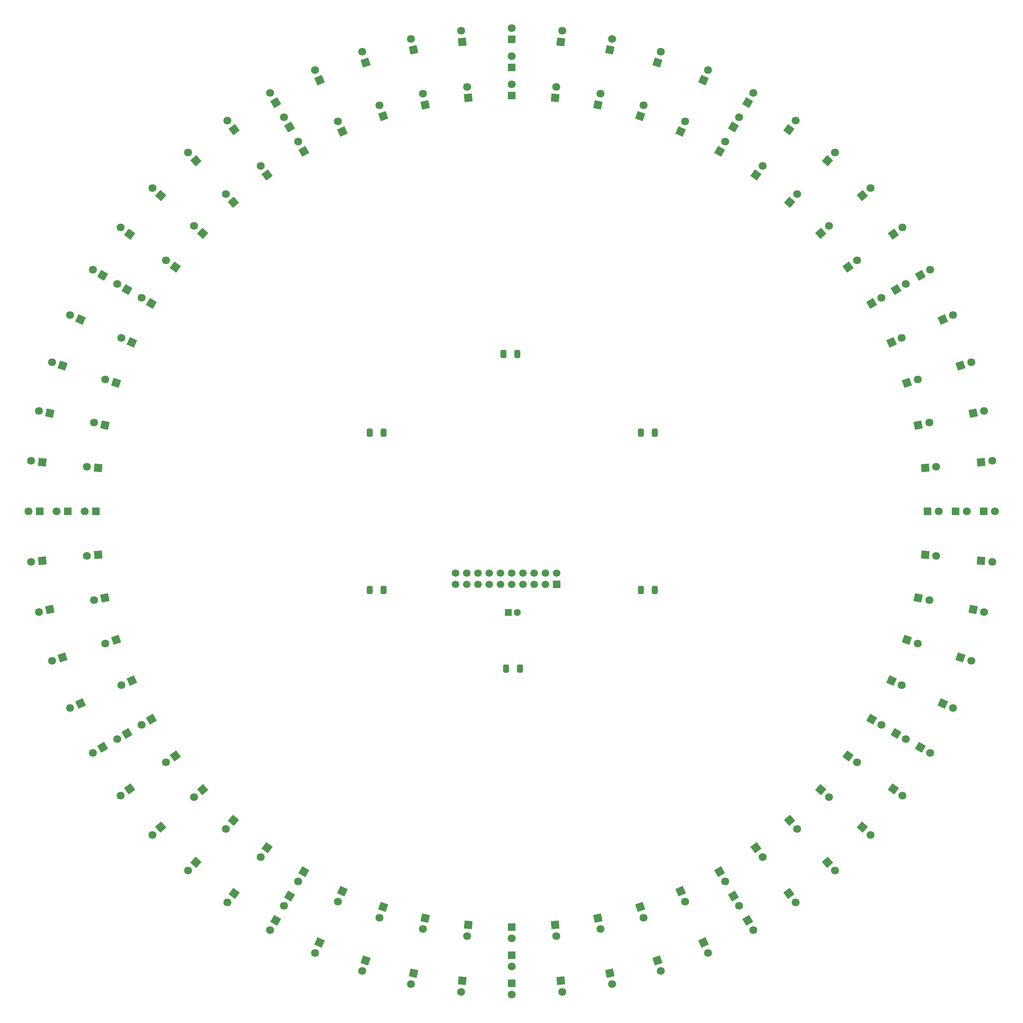
<source format=gbr>
%TF.GenerationSoftware,KiCad,Pcbnew,9.0.7-9.0.7~ubuntu24.04.1*%
%TF.CreationDate,2026-01-21T08:03:14-05:00*%
%TF.ProjectId,LED_clock,4c45445f-636c-46f6-936b-2e6b69636164,rev?*%
%TF.SameCoordinates,Original*%
%TF.FileFunction,Soldermask,Bot*%
%TF.FilePolarity,Negative*%
%FSLAX46Y46*%
G04 Gerber Fmt 4.6, Leading zero omitted, Abs format (unit mm)*
G04 Created by KiCad (PCBNEW 9.0.7-9.0.7~ubuntu24.04.1) date 2026-01-21 08:03:14*
%MOMM*%
%LPD*%
G01*
G04 APERTURE LIST*
G04 Aperture macros list*
%AMRoundRect*
0 Rectangle with rounded corners*
0 $1 Rounding radius*
0 $2 $3 $4 $5 $6 $7 $8 $9 X,Y pos of 4 corners*
0 Add a 4 corners polygon primitive as box body*
4,1,4,$2,$3,$4,$5,$6,$7,$8,$9,$2,$3,0*
0 Add four circle primitives for the rounded corners*
1,1,$1+$1,$2,$3*
1,1,$1+$1,$4,$5*
1,1,$1+$1,$6,$7*
1,1,$1+$1,$8,$9*
0 Add four rect primitives between the rounded corners*
20,1,$1+$1,$2,$3,$4,$5,0*
20,1,$1+$1,$4,$5,$6,$7,0*
20,1,$1+$1,$6,$7,$8,$9,0*
20,1,$1+$1,$8,$9,$2,$3,0*%
%AMRotRect*
0 Rectangle, with rotation*
0 The origin of the aperture is its center*
0 $1 length*
0 $2 width*
0 $3 Rotation angle, in degrees counterclockwise*
0 Add horizontal line*
21,1,$1,$2,0,0,$3*%
G04 Aperture macros list end*
%ADD10RoundRect,0.250000X0.412500X0.650000X-0.412500X0.650000X-0.412500X-0.650000X0.412500X-0.650000X0*%
%ADD11RotRect,1.800000X1.800000X258.000000*%
%ADD12C,1.800000*%
%ADD13RotRect,1.800000X1.800000X150.000000*%
%ADD14RotRect,1.800000X1.800000X294.000000*%
%ADD15R,1.700000X1.700000*%
%ADD16C,1.700000*%
%ADD17RotRect,1.800000X1.800000X324.000000*%
%ADD18RotRect,1.800000X1.800000X54.000000*%
%ADD19RotRect,1.800000X1.800000X42.000000*%
%ADD20RotRect,1.800000X1.800000X78.000000*%
%ADD21RotRect,1.800000X1.800000X144.000000*%
%ADD22RotRect,1.800000X1.800000X204.000000*%
%ADD23RotRect,1.800000X1.800000X30.000000*%
%ADD24RotRect,1.800000X1.800000X84.000000*%
%ADD25RotRect,1.800000X1.800000X72.000000*%
%ADD26RotRect,1.800000X1.800000X318.000000*%
%ADD27RotRect,1.800000X1.800000X60.000000*%
%ADD28RotRect,1.800000X1.800000X234.000000*%
%ADD29RotRect,1.800000X1.800000X108.000000*%
%ADD30RotRect,1.800000X1.800000X312.000000*%
%ADD31RotRect,1.800000X1.800000X240.000000*%
%ADD32R,1.800000X1.800000*%
%ADD33RotRect,1.800000X1.800000X228.000000*%
%ADD34RotRect,1.800000X1.800000X252.000000*%
%ADD35RotRect,1.800000X1.800000X24.000000*%
%ADD36RotRect,1.800000X1.800000X222.000000*%
%ADD37RotRect,1.800000X1.800000X132.000000*%
%ADD38RotRect,1.800000X1.800000X210.000000*%
%ADD39RotRect,1.800000X1.800000X102.000000*%
%ADD40RotRect,1.800000X1.800000X138.000000*%
%ADD41RotRect,1.800000X1.800000X192.000000*%
%ADD42RotRect,1.800000X1.800000X276.000000*%
%ADD43RotRect,1.800000X1.800000X48.000000*%
%ADD44RotRect,1.800000X1.800000X348.000000*%
%ADD45RotRect,1.800000X1.800000X66.000000*%
%ADD46RotRect,1.800000X1.800000X288.000000*%
%ADD47RotRect,1.800000X1.800000X156.000000*%
%ADD48RotRect,1.800000X1.800000X96.000000*%
%ADD49RotRect,1.800000X1.800000X246.000000*%
%ADD50RotRect,1.800000X1.800000X300.000000*%
%ADD51RotRect,1.800000X1.800000X336.000000*%
%ADD52RotRect,1.800000X1.800000X330.000000*%
%ADD53RotRect,1.800000X1.800000X198.000000*%
%ADD54RotRect,1.800000X1.800000X342.000000*%
%ADD55RotRect,1.800000X1.800000X264.000000*%
%ADD56RotRect,1.800000X1.800000X120.000000*%
%ADD57RotRect,1.800000X1.800000X174.000000*%
%ADD58RotRect,1.800000X1.800000X36.000000*%
%ADD59RotRect,1.800000X1.800000X126.000000*%
%ADD60RotRect,1.800000X1.800000X6.000000*%
%ADD61RotRect,1.800000X1.800000X168.000000*%
%ADD62RotRect,1.800000X1.800000X12.000000*%
%ADD63RotRect,1.800000X1.800000X282.000000*%
%ADD64RotRect,1.800000X1.800000X354.000000*%
%ADD65RotRect,1.800000X1.800000X216.000000*%
%ADD66RotRect,1.800000X1.800000X186.000000*%
%ADD67RotRect,1.800000X1.800000X114.000000*%
%ADD68RotRect,1.800000X1.800000X162.000000*%
%ADD69RotRect,1.800000X1.800000X18.000000*%
%ADD70RotRect,1.800000X1.800000X306.000000*%
%ADD71RoundRect,0.250000X-0.550000X-0.550000X0.550000X-0.550000X0.550000X0.550000X-0.550000X0.550000X0*%
%ADD72C,1.600000*%
G04 APERTURE END LIST*
D10*
%TO.C,C9*%
X221957500Y-195580000D03*
X225082500Y-195580000D03*
%TD*%
%TO.C,C8*%
X286335000Y-160020000D03*
X283210000Y-160020000D03*
%TD*%
%TO.C,C7*%
X225082500Y-160020000D03*
X221957500Y-160020000D03*
%TD*%
%TO.C,C5*%
X255270000Y-142240000D03*
X252145000Y-142240000D03*
%TD*%
%TO.C,C4*%
X255855000Y-213360000D03*
X252730000Y-213360000D03*
%TD*%
%TO.C,C3*%
X286335000Y-195580000D03*
X283210000Y-195580000D03*
%TD*%
D11*
%TO.C,D41*%
X234460459Y-269726312D03*
D12*
X233932363Y-272210807D03*
%TD*%
D13*
%TO.C,D23*%
X172610933Y-130810000D03*
D12*
X170411228Y-129540000D03*
%TD*%
D14*
%TO.C,D47*%
X292225110Y-263655002D03*
D12*
X293258221Y-265975407D03*
%TD*%
D15*
%TO.C,J1*%
X264160000Y-194310000D03*
D16*
X264160000Y-191770000D03*
X261620000Y-194310000D03*
X261620000Y-191770000D03*
X259080000Y-194310000D03*
X259080000Y-191770000D03*
X256540000Y-194310000D03*
X256540000Y-191770000D03*
X254000000Y-194310000D03*
X254000000Y-191770000D03*
X251460000Y-194310000D03*
X251460000Y-191770000D03*
X248920000Y-194310000D03*
X248920000Y-191770000D03*
X246380000Y-194310000D03*
X246380000Y-191770000D03*
X243840000Y-194310000D03*
X243840000Y-191770000D03*
X241300000Y-194310000D03*
X241300000Y-191770000D03*
%TD*%
D17*
%TO.C,D52*%
X330031417Y-233040058D03*
D12*
X332086320Y-234533033D03*
%TD*%
D18*
%TO.C,D67*%
X309240058Y-101768583D03*
D12*
X310733033Y-99713680D03*
%TD*%
D19*
%TO.C,D365*%
X333278690Y-106417147D03*
D12*
X335166278Y-104717555D03*
%TD*%
D20*
%TO.C,D71*%
X273539541Y-85873688D03*
D12*
X274067637Y-83389193D03*
%TD*%
D21*
%TO.C,D322*%
X167694067Y-115095069D03*
D12*
X165639164Y-113602094D03*
%TD*%
D22*
%TO.C,D332*%
X156542971Y-221190665D03*
D12*
X154222566Y-222223776D03*
%TD*%
D23*
%TO.C,D63*%
X335389067Y-130810000D03*
D12*
X337588772Y-129540000D03*
%TD*%
D24*
%TO.C,D72*%
X263823585Y-84334832D03*
D12*
X264089087Y-81808746D03*
%TD*%
D25*
%TO.C,D70*%
X283041417Y-88419709D03*
D12*
X283826320Y-86004025D03*
%TD*%
D26*
%TO.C,D51*%
X323840751Y-240684894D03*
D12*
X325728339Y-242384486D03*
%TD*%
D27*
%TO.C,D68*%
X300990000Y-96410933D03*
D12*
X302260000Y-94211228D03*
%TD*%
D28*
%TO.C,D337*%
X191295069Y-264105933D03*
D12*
X189802094Y-266160836D03*
%TD*%
D29*
%TO.C,D16*%
X224958583Y-88419709D03*
D12*
X224173680Y-86004025D03*
%TD*%
D30*
%TO.C,D350*%
X325382853Y-257078690D03*
D12*
X327082445Y-258966278D03*
%TD*%
D31*
%TO.C,D38*%
X207010000Y-259189067D03*
D12*
X205740000Y-261388772D03*
%TD*%
D32*
%TO.C,D7*%
X254000000Y-278125000D03*
D12*
X254000000Y-280665000D03*
%TD*%
D32*
%TO.C,D358*%
X360680000Y-177800000D03*
D12*
X363220000Y-177800000D03*
%TD*%
D33*
%TO.C,D36*%
X191115106Y-247640751D03*
D12*
X189415514Y-249528339D03*
%TD*%
D34*
%TO.C,D40*%
X224958583Y-267180291D03*
D12*
X224173680Y-269595975D03*
%TD*%
D27*
%TO.C,D368*%
X307340000Y-85412410D03*
D12*
X308610000Y-83212705D03*
%TD*%
D35*
%TO.C,D62*%
X339855002Y-139574890D03*
D12*
X342175407Y-138541779D03*
%TD*%
D25*
%TO.C,D370*%
X286965933Y-76341291D03*
D12*
X287750836Y-73925607D03*
%TD*%
D36*
%TO.C,D335*%
X174721310Y-249182853D03*
D12*
X172833722Y-250882445D03*
%TD*%
D37*
%TO.C,D20*%
X191115106Y-107959249D03*
D12*
X189415514Y-106071661D03*
%TD*%
D38*
%TO.C,D5*%
X167116001Y-227962500D03*
D12*
X164916296Y-229232500D03*
%TD*%
D13*
%TO.C,D323*%
X161612410Y-124460000D03*
D12*
X159412705Y-123190000D03*
%TD*%
D39*
%TO.C,D15*%
X234460459Y-85873688D03*
D12*
X233932363Y-83389193D03*
%TD*%
D35*
%TO.C,D362*%
X351457029Y-134409335D03*
D12*
X353777434Y-133376224D03*
%TD*%
D40*
%TO.C,D21*%
X184159249Y-114915106D03*
D12*
X182271661Y-113215514D03*
%TD*%
D41*
%TO.C,D30*%
X162073688Y-197339541D03*
D12*
X159589193Y-197867637D03*
%TD*%
D42*
%TO.C,D44*%
X263823585Y-271265168D03*
D12*
X264089087Y-273791254D03*
%TD*%
D43*
%TO.C,D366*%
X325382853Y-98521310D03*
D12*
X327082445Y-96633722D03*
%TD*%
D44*
%TO.C,D56*%
X345926312Y-197339541D03*
D12*
X348410807Y-197867637D03*
%TD*%
D45*
%TO.C,D69*%
X292225110Y-91944998D03*
D12*
X293258221Y-89624593D03*
%TD*%
D46*
%TO.C,D46*%
X283041417Y-267180291D03*
D12*
X283826320Y-269595975D03*
%TD*%
D47*
%TO.C,D324*%
X156542971Y-134409335D03*
D12*
X154222566Y-133376224D03*
%TD*%
D48*
%TO.C,D314*%
X242848904Y-71704404D03*
D12*
X242583402Y-69178318D03*
%TD*%
D33*
%TO.C,D336*%
X182617147Y-257078690D03*
D12*
X180917555Y-258966278D03*
%TD*%
D49*
%TO.C,D39*%
X215774890Y-263655002D03*
D12*
X214741779Y-265975407D03*
%TD*%
D50*
%TO.C,D48*%
X300990000Y-259189067D03*
D12*
X302260000Y-261388772D03*
%TD*%
D51*
%TO.C,D54*%
X339855002Y-216025110D03*
D12*
X342175407Y-217058221D03*
%TD*%
D34*
%TO.C,D340*%
X221034067Y-279258709D03*
D12*
X220249164Y-281674393D03*
%TD*%
D52*
%TO.C,D9*%
X340883999Y-227962500D03*
D12*
X343083704Y-229232500D03*
%TD*%
D32*
%TO.C,D58*%
X347980000Y-177800000D03*
D12*
X350520000Y-177800000D03*
%TD*%
D29*
%TO.C,D316*%
X221034067Y-76341291D03*
D12*
X220249164Y-73925607D03*
%TD*%
D32*
%TO.C,D328*%
X147320000Y-177800000D03*
D12*
X144780000Y-177800000D03*
%TD*%
D49*
%TO.C,D339*%
X210609335Y-275257029D03*
D12*
X209576224Y-277577434D03*
%TD*%
D53*
%TO.C,D31*%
X164619709Y-206841417D03*
D12*
X162204025Y-207626320D03*
%TD*%
D31*
%TO.C,D338*%
X200660000Y-270187590D03*
D12*
X199390000Y-272387295D03*
%TD*%
D54*
%TO.C,D55*%
X343380291Y-206841417D03*
D12*
X345795975Y-207626320D03*
%TD*%
D55*
%TO.C,D42*%
X244176415Y-271265168D03*
D12*
X243910913Y-273791254D03*
%TD*%
D56*
%TO.C,D318*%
X200660000Y-85412410D03*
D12*
X199390000Y-83212705D03*
%TD*%
D57*
%TO.C,D27*%
X160534832Y-167976415D03*
D12*
X158008746Y-167710913D03*
%TD*%
D45*
%TO.C,D369*%
X297390665Y-80342971D03*
D12*
X298423776Y-78022566D03*
%TD*%
D50*
%TO.C,D348*%
X307340000Y-270187590D03*
D12*
X308610000Y-272387295D03*
%TD*%
D58*
%TO.C,D364*%
X340305933Y-115095069D03*
D12*
X342360836Y-113602094D03*
%TD*%
D20*
%TO.C,D371*%
X276180019Y-73451214D03*
D12*
X276708115Y-70966719D03*
%TD*%
D59*
%TO.C,D19*%
X198759942Y-101768583D03*
D12*
X197266967Y-99713680D03*
%TD*%
D60*
%TO.C,D359*%
X360095596Y-166648904D03*
D12*
X362621682Y-166383402D03*
%TD*%
D60*
%TO.C,D59*%
X347465168Y-167976415D03*
D12*
X349991254Y-167710913D03*
%TD*%
D58*
%TO.C,D64*%
X330031417Y-122559942D03*
D12*
X332086320Y-121066967D03*
%TD*%
D32*
%TO.C,D13*%
X254000000Y-83820000D03*
D12*
X254000000Y-81280000D03*
%TD*%
D53*
%TO.C,D331*%
X152541291Y-210765933D03*
D12*
X150125607Y-211550836D03*
%TD*%
D40*
%TO.C,D321*%
X174721310Y-106417147D03*
D12*
X172833722Y-104717555D03*
%TD*%
D28*
%TO.C,D37*%
X198759942Y-253831417D03*
D12*
X197266967Y-255886320D03*
%TD*%
D22*
%TO.C,D32*%
X168144998Y-216025110D03*
D12*
X165824593Y-217058221D03*
%TD*%
D61*
%TO.C,D26*%
X162073688Y-158260459D03*
D12*
X159589193Y-157732363D03*
%TD*%
D21*
%TO.C,D22*%
X177968583Y-122559942D03*
D12*
X175913680Y-121066967D03*
%TD*%
D62*
%TO.C,D360*%
X358348786Y-155619981D03*
D12*
X360833281Y-155091885D03*
%TD*%
D63*
%TO.C,D45*%
X273539541Y-269726312D03*
D12*
X274067637Y-272210807D03*
%TD*%
D32*
%TO.C,D4*%
X153675000Y-177800000D03*
D12*
X151135000Y-177800000D03*
%TD*%
D47*
%TO.C,D24*%
X168144998Y-139574890D03*
D12*
X165824593Y-138541779D03*
%TD*%
D24*
%TO.C,D372*%
X265151096Y-71704404D03*
D12*
X265416598Y-69178318D03*
%TD*%
D63*
%TO.C,D345*%
X276180019Y-282148786D03*
D12*
X276708115Y-284633281D03*
%TD*%
D64*
%TO.C,D57*%
X347465168Y-187623585D03*
D12*
X349991254Y-187889087D03*
%TD*%
D65*
%TO.C,D334*%
X167694067Y-240504931D03*
D12*
X165639164Y-241997906D03*
%TD*%
D32*
%TO.C,D10*%
X354325000Y-177800000D03*
D12*
X356865000Y-177800000D03*
%TD*%
D50*
%TO.C,D8*%
X304162500Y-264683999D03*
D12*
X305432500Y-266883704D03*
%TD*%
D66*
%TO.C,D329*%
X147904404Y-188951096D03*
D12*
X145378318Y-189216598D03*
%TD*%
D27*
%TO.C,D12*%
X304162500Y-90916001D03*
D12*
X305432500Y-88716296D03*
%TD*%
D55*
%TO.C,D342*%
X242848904Y-283895596D03*
D12*
X242583402Y-286421682D03*
%TD*%
D59*
%TO.C,D319*%
X191295069Y-91494067D03*
D12*
X189802094Y-89439164D03*
%TD*%
D67*
%TO.C,D317*%
X210609335Y-80342971D03*
D12*
X209576224Y-78022566D03*
%TD*%
D31*
%TO.C,D6*%
X203837500Y-264683999D03*
D12*
X202567500Y-266883704D03*
%TD*%
D68*
%TO.C,D325*%
X152541291Y-144834067D03*
D12*
X150125607Y-144049164D03*
%TD*%
D69*
%TO.C,D361*%
X355458709Y-144834067D03*
D12*
X357874393Y-144049164D03*
%TD*%
D62*
%TO.C,D60*%
X345926312Y-158260459D03*
D12*
X348410807Y-157732363D03*
%TD*%
D32*
%TO.C,D313*%
X254000000Y-71120000D03*
D12*
X254000000Y-68580000D03*
%TD*%
D70*
%TO.C,D349*%
X316704931Y-264105933D03*
D12*
X318197906Y-266160836D03*
%TD*%
D68*
%TO.C,D25*%
X164619709Y-148758583D03*
D12*
X162204025Y-147973680D03*
%TD*%
D57*
%TO.C,D327*%
X147904404Y-166648904D03*
D12*
X145378318Y-166383402D03*
%TD*%
D48*
%TO.C,D14*%
X244176415Y-84334832D03*
D12*
X243910913Y-81808746D03*
%TD*%
D38*
%TO.C,D333*%
X161612410Y-231140000D03*
D12*
X159412705Y-232410000D03*
%TD*%
D14*
%TO.C,D347*%
X297390665Y-275257029D03*
D12*
X298423776Y-277577434D03*
%TD*%
D69*
%TO.C,D61*%
X343380291Y-148758583D03*
D12*
X345795975Y-147973680D03*
%TD*%
D32*
%TO.C,D1*%
X254000000Y-77475000D03*
D12*
X254000000Y-74935000D03*
%TD*%
D61*
%TO.C,D326*%
X149651214Y-155619981D03*
D12*
X147166719Y-155091885D03*
%TD*%
D56*
%TO.C,D18*%
X207010000Y-96410933D03*
D12*
X205740000Y-94211228D03*
%TD*%
D11*
%TO.C,D341*%
X231819981Y-282148786D03*
D12*
X231291885Y-284633281D03*
%TD*%
D23*
%TO.C,D363*%
X346387590Y-124460000D03*
D12*
X348587295Y-123190000D03*
%TD*%
D36*
%TO.C,D35*%
X184159249Y-240684894D03*
D12*
X182271661Y-242384486D03*
%TD*%
D37*
%TO.C,D320*%
X182617147Y-98521310D03*
D12*
X180917555Y-96633722D03*
%TD*%
D17*
%TO.C,D352*%
X340305933Y-240504931D03*
D12*
X342360836Y-241997906D03*
%TD*%
D70*
%TO.C,D49*%
X309240058Y-253831417D03*
D12*
X310733033Y-255886320D03*
%TD*%
D32*
%TO.C,D43*%
X254000000Y-271780000D03*
D12*
X254000000Y-274320000D03*
%TD*%
D23*
%TO.C,D11*%
X340883999Y-127637500D03*
D12*
X343083704Y-126367500D03*
%TD*%
D44*
%TO.C,D356*%
X358348786Y-199980019D03*
D12*
X360833281Y-200508115D03*
%TD*%
D18*
%TO.C,D367*%
X316704931Y-91494067D03*
D12*
X318197906Y-89439164D03*
%TD*%
D46*
%TO.C,D346*%
X286965933Y-279258709D03*
D12*
X287750836Y-281674393D03*
%TD*%
D71*
%TO.C,C10*%
X253270000Y-200660000D03*
D72*
X255270000Y-200660000D03*
%TD*%
D32*
%TO.C,D343*%
X254000000Y-284480000D03*
D12*
X254000000Y-287020000D03*
%TD*%
D65*
%TO.C,D34*%
X177968583Y-233040058D03*
D12*
X175913680Y-234533033D03*
%TD*%
D54*
%TO.C,D355*%
X355458709Y-210765933D03*
D12*
X357874393Y-211550836D03*
%TD*%
D52*
%TO.C,D53*%
X335389067Y-224790000D03*
D12*
X337588772Y-226060000D03*
%TD*%
D41*
%TO.C,D330*%
X149651214Y-199980019D03*
D12*
X147166719Y-200508115D03*
%TD*%
D32*
%TO.C,D28*%
X160020000Y-177800000D03*
D12*
X157480000Y-177800000D03*
%TD*%
D39*
%TO.C,D315*%
X231819981Y-73451214D03*
D12*
X231291885Y-70966719D03*
%TD*%
D26*
%TO.C,D351*%
X333278690Y-249182853D03*
D12*
X335166278Y-250882445D03*
%TD*%
D13*
%TO.C,D3*%
X167116001Y-127637500D03*
D12*
X164916296Y-126367500D03*
%TD*%
D67*
%TO.C,D17*%
X215774890Y-91944998D03*
D12*
X214741779Y-89624593D03*
%TD*%
D42*
%TO.C,D344*%
X265151096Y-283895596D03*
D12*
X265416598Y-286421682D03*
%TD*%
D51*
%TO.C,D354*%
X351457029Y-221190665D03*
D12*
X353777434Y-222223776D03*
%TD*%
D38*
%TO.C,D33*%
X172610933Y-224790000D03*
D12*
X170411228Y-226060000D03*
%TD*%
D19*
%TO.C,D65*%
X323840751Y-114915106D03*
D12*
X325728339Y-113215514D03*
%TD*%
D52*
%TO.C,D353*%
X346387590Y-231140000D03*
D12*
X348587295Y-232410000D03*
%TD*%
D56*
%TO.C,D2*%
X203837500Y-90916001D03*
D12*
X202567500Y-88716296D03*
%TD*%
D66*
%TO.C,D29*%
X160534832Y-187623585D03*
D12*
X158008746Y-187889087D03*
%TD*%
D64*
%TO.C,D357*%
X360095596Y-188951096D03*
D12*
X362621682Y-189216598D03*
%TD*%
D43*
%TO.C,D66*%
X316884894Y-107959249D03*
D12*
X318584486Y-106071661D03*
%TD*%
D30*
%TO.C,D50*%
X316884894Y-247640751D03*
D12*
X318584486Y-249528339D03*
%TD*%
M02*

</source>
